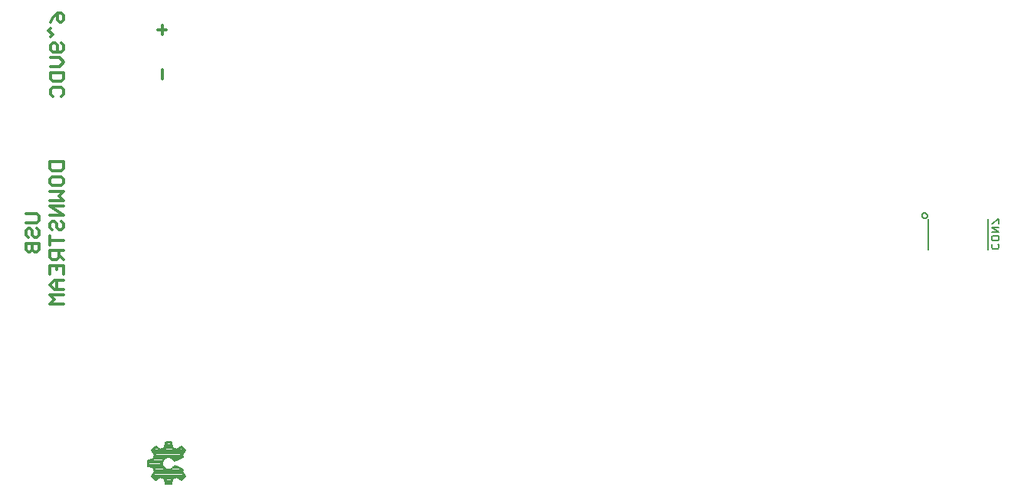
<source format=gbo>
G75*
%MOIN*%
%OFA0B0*%
%FSLAX25Y25*%
%IPPOS*%
%LPD*%
%AMOC8*
5,1,8,0,0,1.08239X$1,22.5*
%
%ADD10C,0.01200*%
%ADD11C,0.00787*%
%ADD12C,0.00800*%
D10*
X0105885Y0181149D02*
X0111690Y0181149D01*
X0111690Y0185019D02*
X0105885Y0185019D01*
X0107820Y0183084D01*
X0105885Y0181149D01*
X0107820Y0187595D02*
X0111690Y0187595D01*
X0108788Y0187595D02*
X0108788Y0191465D01*
X0107820Y0191465D02*
X0105885Y0189530D01*
X0107820Y0187595D01*
X0107820Y0191465D02*
X0111690Y0191465D01*
X0111690Y0194040D02*
X0111690Y0197910D01*
X0105885Y0197910D01*
X0105885Y0194040D01*
X0108788Y0195975D02*
X0108788Y0197910D01*
X0108788Y0200486D02*
X0106853Y0200486D01*
X0105885Y0201453D01*
X0105885Y0204356D01*
X0111690Y0204356D01*
X0109755Y0204356D02*
X0109755Y0201453D01*
X0108788Y0200486D01*
X0109755Y0202421D02*
X0111690Y0200486D01*
X0111690Y0208866D02*
X0105885Y0208866D01*
X0105885Y0210801D02*
X0105885Y0206931D01*
X0101190Y0207579D02*
X0101190Y0204676D01*
X0100223Y0203709D01*
X0099255Y0203709D01*
X0098288Y0204676D01*
X0098288Y0207579D01*
X0099255Y0210154D02*
X0100223Y0210154D01*
X0101190Y0211122D01*
X0101190Y0213057D01*
X0100223Y0214024D01*
X0098288Y0213057D02*
X0097320Y0214024D01*
X0096353Y0214024D01*
X0095385Y0213057D01*
X0095385Y0211122D01*
X0096353Y0210154D01*
X0098288Y0211122D02*
X0099255Y0210154D01*
X0098288Y0211122D02*
X0098288Y0213057D01*
X0100223Y0216600D02*
X0095385Y0216600D01*
X0095385Y0220470D02*
X0100223Y0220470D01*
X0101190Y0219502D01*
X0101190Y0217567D01*
X0100223Y0216600D01*
X0105885Y0216279D02*
X0106853Y0217247D01*
X0107820Y0217247D01*
X0108788Y0216279D01*
X0108788Y0214344D01*
X0109755Y0213377D01*
X0110723Y0213377D01*
X0111690Y0214344D01*
X0111690Y0216279D01*
X0110723Y0217247D01*
X0111690Y0219822D02*
X0105885Y0219822D01*
X0105885Y0216279D02*
X0105885Y0214344D01*
X0106853Y0213377D01*
X0111690Y0219822D02*
X0105885Y0223692D01*
X0111690Y0223692D01*
X0111690Y0226268D02*
X0105885Y0226268D01*
X0105885Y0230138D02*
X0111690Y0230138D01*
X0109755Y0228203D01*
X0111690Y0226268D01*
X0110723Y0232713D02*
X0106853Y0232713D01*
X0105885Y0233681D01*
X0105885Y0235616D01*
X0106853Y0236583D01*
X0110723Y0236583D01*
X0111690Y0235616D01*
X0111690Y0233681D01*
X0110723Y0232713D01*
X0110723Y0239159D02*
X0106853Y0239159D01*
X0105885Y0240126D01*
X0105885Y0243029D01*
X0111690Y0243029D01*
X0111690Y0240126D01*
X0110723Y0239159D01*
X0110984Y0271599D02*
X0111952Y0272567D01*
X0111952Y0274502D01*
X0110984Y0275469D01*
X0107114Y0275469D01*
X0106147Y0274502D01*
X0106147Y0272567D01*
X0107114Y0271599D01*
X0107114Y0278045D02*
X0106147Y0279012D01*
X0106147Y0281915D01*
X0111952Y0281915D01*
X0111952Y0279012D01*
X0110984Y0278045D01*
X0107114Y0278045D01*
X0106147Y0284490D02*
X0110017Y0284490D01*
X0111952Y0286425D01*
X0110017Y0288360D01*
X0106147Y0288360D01*
X0107114Y0290936D02*
X0106147Y0291903D01*
X0106147Y0293838D01*
X0107114Y0294806D01*
X0108082Y0294806D01*
X0109049Y0293838D01*
X0109049Y0290936D01*
X0110984Y0290936D02*
X0107114Y0290936D01*
X0110984Y0290936D02*
X0111952Y0291903D01*
X0111952Y0293838D01*
X0110984Y0294806D01*
X0107114Y0298349D02*
X0105179Y0300284D01*
X0106147Y0301251D01*
X0106147Y0303827D02*
X0107114Y0305762D01*
X0109049Y0307697D01*
X0109049Y0304794D01*
X0110017Y0303827D01*
X0110984Y0303827D01*
X0111952Y0304794D01*
X0111952Y0306729D01*
X0110984Y0307697D01*
X0109049Y0307697D01*
X0107114Y0298349D02*
X0106147Y0297381D01*
X0152784Y0300497D02*
X0156654Y0300497D01*
X0154719Y0302432D02*
X0154719Y0298562D01*
X0154719Y0283096D02*
X0154719Y0279226D01*
X0101190Y0207579D02*
X0095385Y0207579D01*
X0095385Y0204676D01*
X0096353Y0203709D01*
X0097320Y0203709D01*
X0098288Y0204676D01*
D11*
X0150294Y0106147D02*
X0151875Y0104566D01*
X0152025Y0104552D01*
X0153876Y0105804D01*
X0153987Y0105815D01*
X0155825Y0105054D01*
X0155896Y0104967D01*
X0156319Y0102773D01*
X0156435Y0102677D01*
X0158672Y0102677D01*
X0158788Y0102773D01*
X0159211Y0104967D01*
X0159282Y0105054D01*
X0161120Y0105815D01*
X0161231Y0105804D01*
X0163082Y0104552D01*
X0163232Y0104566D01*
X0164814Y0106147D01*
X0164828Y0106297D01*
X0163576Y0108148D01*
X0163564Y0108260D01*
X0163913Y0109101D01*
X0163849Y0109256D01*
X0160053Y0110805D01*
X0160233Y0110417D02*
X0158068Y0108645D01*
X0155509Y0109433D01*
X0154327Y0111795D01*
X0155705Y0114551D01*
X0158264Y0114748D01*
X0160233Y0113173D01*
X0163579Y0114748D01*
X0162989Y0115535D01*
X0164564Y0117307D01*
X0163186Y0118488D01*
X0161217Y0117504D01*
X0158855Y0118488D01*
X0158461Y0120653D01*
X0156690Y0120653D01*
X0156099Y0118291D01*
X0153934Y0117504D01*
X0152359Y0118685D01*
X0150784Y0117307D01*
X0151965Y0115535D01*
X0150981Y0113173D01*
X0148816Y0112779D01*
X0148816Y0110811D01*
X0151178Y0110417D01*
X0151965Y0108055D01*
X0150784Y0106283D01*
X0151965Y0105102D01*
X0153934Y0106283D01*
X0156099Y0105299D01*
X0156690Y0103134D01*
X0158461Y0103134D01*
X0158855Y0105299D01*
X0161217Y0106283D01*
X0163186Y0105102D01*
X0164367Y0106283D01*
X0163186Y0108055D01*
X0163383Y0109039D01*
X0160233Y0110417D01*
X0159382Y0109721D02*
X0161824Y0109721D01*
X0163362Y0108935D02*
X0158421Y0108935D01*
X0157127Y0108935D02*
X0151672Y0108935D01*
X0151543Y0108260D02*
X0151532Y0108148D01*
X0150279Y0106297D01*
X0150294Y0106147D01*
X0150980Y0106577D02*
X0164171Y0106577D01*
X0163875Y0105791D02*
X0162037Y0105791D01*
X0160036Y0105791D02*
X0155016Y0105791D01*
X0156179Y0105005D02*
X0158802Y0105005D01*
X0158659Y0104219D02*
X0156393Y0104219D01*
X0156608Y0103433D02*
X0158516Y0103433D01*
X0153114Y0105791D02*
X0151276Y0105791D01*
X0151504Y0107363D02*
X0163647Y0107363D01*
X0163205Y0108149D02*
X0151934Y0108149D01*
X0151543Y0108260D02*
X0150782Y0110098D01*
X0150695Y0110168D01*
X0148501Y0110592D01*
X0148405Y0110708D01*
X0148405Y0112944D01*
X0148501Y0113060D01*
X0150695Y0113484D01*
X0150782Y0113554D01*
X0151543Y0115392D01*
X0151532Y0115504D01*
X0150279Y0117355D01*
X0150294Y0117504D01*
X0151875Y0119086D01*
X0152025Y0119100D01*
X0153876Y0117848D01*
X0153987Y0117837D01*
X0155825Y0118598D01*
X0155896Y0118685D01*
X0156319Y0120879D01*
X0156435Y0120975D01*
X0158672Y0120975D01*
X0158788Y0120879D01*
X0159211Y0118685D01*
X0159282Y0118598D01*
X0161120Y0117837D01*
X0161231Y0117848D01*
X0163082Y0119100D01*
X0163232Y0119086D01*
X0164814Y0117504D01*
X0164828Y0117355D01*
X0163576Y0115504D01*
X0163564Y0115392D01*
X0163913Y0114551D01*
X0163849Y0114396D01*
X0160053Y0112847D01*
X0159636Y0113650D02*
X0161247Y0113650D01*
X0162917Y0114436D02*
X0158654Y0114436D01*
X0159839Y0112976D02*
X0159792Y0113066D01*
X0159741Y0113154D01*
X0159687Y0113241D01*
X0159630Y0113325D01*
X0159569Y0113407D01*
X0159506Y0113486D01*
X0159439Y0113563D01*
X0159370Y0113637D01*
X0159297Y0113709D01*
X0159222Y0113777D01*
X0159144Y0113843D01*
X0159064Y0113906D01*
X0158982Y0113965D01*
X0158897Y0114022D01*
X0158810Y0114075D01*
X0158721Y0114124D01*
X0158631Y0114171D01*
X0158538Y0114213D01*
X0158444Y0114252D01*
X0158349Y0114288D01*
X0158252Y0114320D01*
X0158155Y0114348D01*
X0158056Y0114372D01*
X0157956Y0114392D01*
X0157856Y0114409D01*
X0157755Y0114421D01*
X0157653Y0114430D01*
X0157552Y0114435D01*
X0157450Y0114436D01*
X0157348Y0114433D01*
X0157247Y0114426D01*
X0157145Y0114415D01*
X0157045Y0114400D01*
X0156945Y0114382D01*
X0156845Y0114359D01*
X0156747Y0114333D01*
X0156650Y0114303D01*
X0156554Y0114269D01*
X0156459Y0114232D01*
X0156366Y0114191D01*
X0156275Y0114146D01*
X0156185Y0114098D01*
X0156097Y0114047D01*
X0156012Y0113992D01*
X0155928Y0113934D01*
X0155847Y0113873D01*
X0155768Y0113808D01*
X0155692Y0113741D01*
X0155618Y0113671D01*
X0155547Y0113598D01*
X0155479Y0113522D01*
X0155414Y0113444D01*
X0155352Y0113363D01*
X0155293Y0113280D01*
X0155238Y0113195D01*
X0155185Y0113108D01*
X0155136Y0113018D01*
X0155091Y0112927D01*
X0155049Y0112835D01*
X0155011Y0112740D01*
X0154976Y0112645D01*
X0154946Y0112548D01*
X0154918Y0112450D01*
X0154895Y0112351D01*
X0154876Y0112251D01*
X0154860Y0112150D01*
X0154848Y0112049D01*
X0154840Y0111948D01*
X0154836Y0111846D01*
X0154836Y0111744D01*
X0154840Y0111642D01*
X0154848Y0111541D01*
X0154860Y0111440D01*
X0154876Y0111339D01*
X0154895Y0111239D01*
X0154918Y0111140D01*
X0154946Y0111042D01*
X0154976Y0110945D01*
X0155011Y0110850D01*
X0155049Y0110755D01*
X0155091Y0110663D01*
X0155136Y0110572D01*
X0155185Y0110482D01*
X0155238Y0110395D01*
X0155293Y0110310D01*
X0155352Y0110227D01*
X0155414Y0110146D01*
X0155479Y0110068D01*
X0155547Y0109992D01*
X0155618Y0109919D01*
X0155692Y0109849D01*
X0155768Y0109782D01*
X0155847Y0109717D01*
X0155928Y0109656D01*
X0156012Y0109598D01*
X0156097Y0109543D01*
X0156185Y0109492D01*
X0156275Y0109444D01*
X0156366Y0109399D01*
X0156459Y0109358D01*
X0156554Y0109321D01*
X0156650Y0109287D01*
X0156747Y0109257D01*
X0156845Y0109231D01*
X0156945Y0109208D01*
X0157045Y0109190D01*
X0157145Y0109175D01*
X0157247Y0109164D01*
X0157348Y0109157D01*
X0157450Y0109154D01*
X0157552Y0109155D01*
X0157653Y0109160D01*
X0157755Y0109169D01*
X0157856Y0109181D01*
X0157956Y0109198D01*
X0158056Y0109218D01*
X0158155Y0109242D01*
X0158252Y0109270D01*
X0158349Y0109302D01*
X0158444Y0109338D01*
X0158538Y0109377D01*
X0158631Y0109419D01*
X0158721Y0109466D01*
X0158810Y0109515D01*
X0158897Y0109568D01*
X0158982Y0109625D01*
X0159064Y0109684D01*
X0159144Y0109747D01*
X0159222Y0109813D01*
X0159297Y0109881D01*
X0159370Y0109953D01*
X0159439Y0110027D01*
X0159506Y0110104D01*
X0159569Y0110183D01*
X0159630Y0110265D01*
X0159687Y0110349D01*
X0159741Y0110436D01*
X0159792Y0110524D01*
X0159839Y0110614D01*
X0155365Y0109721D02*
X0151410Y0109721D01*
X0150640Y0110507D02*
X0154972Y0110507D01*
X0154579Y0111293D02*
X0148816Y0111293D01*
X0148816Y0112078D02*
X0154469Y0112078D01*
X0154862Y0112864D02*
X0149284Y0112864D01*
X0151180Y0113650D02*
X0155255Y0113650D01*
X0155648Y0114436D02*
X0151507Y0114436D01*
X0151835Y0115222D02*
X0163224Y0115222D01*
X0163409Y0116008D02*
X0151650Y0116008D01*
X0151126Y0116794D02*
X0164108Y0116794D01*
X0164245Y0117580D02*
X0161370Y0117580D01*
X0161034Y0117580D02*
X0154143Y0117580D01*
X0153832Y0117580D02*
X0151096Y0117580D01*
X0151994Y0118366D02*
X0152784Y0118366D01*
X0156118Y0118366D02*
X0159148Y0118366D01*
X0158734Y0119152D02*
X0156314Y0119152D01*
X0156511Y0119938D02*
X0158591Y0119938D01*
X0162942Y0118366D02*
X0163328Y0118366D01*
X0485430Y0219669D02*
X0485432Y0219738D01*
X0485438Y0219806D01*
X0485448Y0219874D01*
X0485462Y0219941D01*
X0485480Y0220008D01*
X0485501Y0220073D01*
X0485527Y0220137D01*
X0485556Y0220199D01*
X0485588Y0220259D01*
X0485624Y0220318D01*
X0485664Y0220374D01*
X0485706Y0220428D01*
X0485752Y0220479D01*
X0485801Y0220528D01*
X0485852Y0220574D01*
X0485906Y0220616D01*
X0485962Y0220656D01*
X0486020Y0220692D01*
X0486081Y0220724D01*
X0486143Y0220753D01*
X0486207Y0220779D01*
X0486272Y0220800D01*
X0486339Y0220818D01*
X0486406Y0220832D01*
X0486474Y0220842D01*
X0486542Y0220848D01*
X0486611Y0220850D01*
X0486680Y0220848D01*
X0486748Y0220842D01*
X0486816Y0220832D01*
X0486883Y0220818D01*
X0486950Y0220800D01*
X0487015Y0220779D01*
X0487079Y0220753D01*
X0487141Y0220724D01*
X0487201Y0220692D01*
X0487260Y0220656D01*
X0487316Y0220616D01*
X0487370Y0220574D01*
X0487421Y0220528D01*
X0487470Y0220479D01*
X0487516Y0220428D01*
X0487558Y0220374D01*
X0487598Y0220318D01*
X0487634Y0220259D01*
X0487666Y0220199D01*
X0487695Y0220137D01*
X0487721Y0220073D01*
X0487742Y0220008D01*
X0487760Y0219941D01*
X0487774Y0219874D01*
X0487784Y0219806D01*
X0487790Y0219738D01*
X0487792Y0219669D01*
X0487790Y0219600D01*
X0487784Y0219532D01*
X0487774Y0219464D01*
X0487760Y0219397D01*
X0487742Y0219330D01*
X0487721Y0219265D01*
X0487695Y0219201D01*
X0487666Y0219139D01*
X0487634Y0219078D01*
X0487598Y0219020D01*
X0487558Y0218964D01*
X0487516Y0218910D01*
X0487470Y0218859D01*
X0487421Y0218810D01*
X0487370Y0218764D01*
X0487316Y0218722D01*
X0487260Y0218682D01*
X0487202Y0218646D01*
X0487141Y0218614D01*
X0487079Y0218585D01*
X0487015Y0218559D01*
X0486950Y0218538D01*
X0486883Y0218520D01*
X0486816Y0218506D01*
X0486748Y0218496D01*
X0486680Y0218490D01*
X0486611Y0218488D01*
X0486542Y0218490D01*
X0486474Y0218496D01*
X0486406Y0218506D01*
X0486339Y0218520D01*
X0486272Y0218538D01*
X0486207Y0218559D01*
X0486143Y0218585D01*
X0486081Y0218614D01*
X0486020Y0218646D01*
X0485962Y0218682D01*
X0485906Y0218722D01*
X0485852Y0218764D01*
X0485801Y0218810D01*
X0485752Y0218859D01*
X0485706Y0218910D01*
X0485664Y0218964D01*
X0485624Y0219020D01*
X0485588Y0219078D01*
X0485556Y0219139D01*
X0485527Y0219201D01*
X0485501Y0219265D01*
X0485480Y0219330D01*
X0485462Y0219397D01*
X0485448Y0219464D01*
X0485438Y0219532D01*
X0485432Y0219600D01*
X0485430Y0219669D01*
X0488186Y0218094D02*
X0488186Y0204708D01*
X0514170Y0204708D02*
X0514170Y0218094D01*
D12*
X0515751Y0215984D02*
X0516274Y0215984D01*
X0518367Y0218077D01*
X0518891Y0218077D01*
X0518891Y0215984D01*
X0518891Y0214452D02*
X0515751Y0214452D01*
X0518891Y0212359D01*
X0515751Y0212359D01*
X0516274Y0210827D02*
X0515751Y0210303D01*
X0515751Y0209257D01*
X0516274Y0208733D01*
X0518367Y0208733D01*
X0518891Y0209257D01*
X0518891Y0210303D01*
X0518367Y0210827D01*
X0516274Y0210827D01*
X0516274Y0207201D02*
X0515751Y0206678D01*
X0515751Y0205632D01*
X0516274Y0205108D01*
X0518367Y0205108D01*
X0518891Y0205632D01*
X0518891Y0206678D01*
X0518367Y0207201D01*
M02*

</source>
